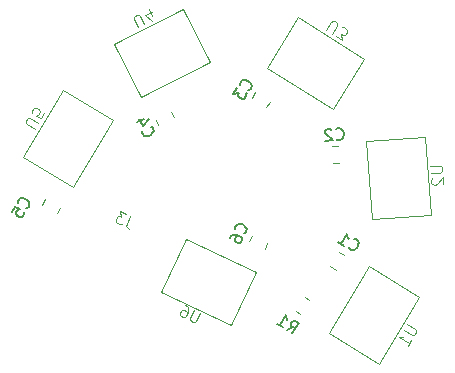
<source format=gbr>
%TF.GenerationSoftware,KiCad,Pcbnew,(7.0.0)*%
%TF.CreationDate,2023-03-21T20:59:30-07:00*%
%TF.ProjectId,Ladder LEDs v1,4c616464-6572-4204-9c45-44732076312e,rev?*%
%TF.SameCoordinates,Original*%
%TF.FileFunction,Legend,Bot*%
%TF.FilePolarity,Positive*%
%FSLAX46Y46*%
G04 Gerber Fmt 4.6, Leading zero omitted, Abs format (unit mm)*
G04 Created by KiCad (PCBNEW (7.0.0)) date 2023-03-21 20:59:30*
%MOMM*%
%LPD*%
G01*
G04 APERTURE LIST*
%ADD10C,0.100000*%
%ADD11C,0.150000*%
%ADD12C,0.120000*%
G04 APERTURE END LIST*
D10*
%TO.C,J3*%
X137816093Y-104793432D02*
X137508585Y-105438135D01*
X137508585Y-105438135D02*
X137490064Y-105587577D01*
X137490064Y-105587577D02*
X137535023Y-105714538D01*
X137535023Y-105714538D02*
X137643463Y-105819020D01*
X137643463Y-105819020D02*
X137729424Y-105860021D01*
X137472251Y-104629427D02*
X136913507Y-104362920D01*
X136913507Y-104362920D02*
X137050365Y-104850266D01*
X137050365Y-104850266D02*
X136921424Y-104788765D01*
X136921424Y-104788765D02*
X136814963Y-104790744D01*
X136814963Y-104790744D02*
X136751482Y-104813223D01*
X136751482Y-104813223D02*
X136667501Y-104878683D01*
X136667501Y-104878683D02*
X136564998Y-105093585D01*
X136564998Y-105093585D02*
X136566978Y-105200046D01*
X136566978Y-105200046D02*
X136589457Y-105263527D01*
X136589457Y-105263527D02*
X136654917Y-105347508D01*
X136654917Y-105347508D02*
X136912799Y-105470511D01*
X136912799Y-105470511D02*
X137019260Y-105468532D01*
X137019260Y-105468532D02*
X137082741Y-105446052D01*
D11*
%TO.C,C5*%
X129019111Y-104097303D02*
X129084454Y-104081011D01*
X129084454Y-104081011D02*
X129198848Y-103983084D01*
X129198848Y-103983084D02*
X129247900Y-103901449D01*
X129247900Y-103901449D02*
X129280659Y-103754471D01*
X129280659Y-103754471D02*
X129248075Y-103623785D01*
X129248075Y-103623785D02*
X129190966Y-103533916D01*
X129190966Y-103533916D02*
X129052222Y-103394996D01*
X129052222Y-103394996D02*
X128929769Y-103321419D01*
X128929769Y-103321419D02*
X128741973Y-103264134D01*
X128741973Y-103264134D02*
X128635813Y-103255900D01*
X128635813Y-103255900D02*
X128505127Y-103288484D01*
X128505127Y-103288484D02*
X128390732Y-103386411D01*
X128390732Y-103386411D02*
X128341681Y-103468046D01*
X128341681Y-103468046D02*
X128308922Y-103615024D01*
X128308922Y-103615024D02*
X128325214Y-103680367D01*
X127777592Y-104406848D02*
X128022848Y-103998673D01*
X128022848Y-103998673D02*
X128455548Y-104203112D01*
X128455548Y-104203112D02*
X128390205Y-104219404D01*
X128390205Y-104219404D02*
X128300337Y-104276513D01*
X128300337Y-104276513D02*
X128177709Y-104480601D01*
X128177709Y-104480601D02*
X128169475Y-104586761D01*
X128169475Y-104586761D02*
X128185767Y-104652104D01*
X128185767Y-104652104D02*
X128242876Y-104741973D01*
X128242876Y-104741973D02*
X128446963Y-104864601D01*
X128446963Y-104864601D02*
X128553124Y-104872835D01*
X128553124Y-104872835D02*
X128618467Y-104856543D01*
X128618467Y-104856543D02*
X128708336Y-104799434D01*
X128708336Y-104799434D02*
X128830964Y-104595346D01*
X128830964Y-104595346D02*
X128839198Y-104489186D01*
X128839198Y-104489186D02*
X128822906Y-104423843D01*
D10*
%TO.C,U3*%
X154418631Y-89032744D02*
X154847613Y-88346229D01*
X154847613Y-88346229D02*
X154938465Y-88290697D01*
X154938465Y-88290697D02*
X155004082Y-88275548D01*
X155004082Y-88275548D02*
X155110083Y-88285633D01*
X155110083Y-88285633D02*
X155271616Y-88386570D01*
X155271616Y-88386570D02*
X155327148Y-88477422D01*
X155327148Y-88477422D02*
X155342297Y-88543039D01*
X155342297Y-88543039D02*
X155332212Y-88649040D01*
X155332212Y-88649040D02*
X154903230Y-89335555D01*
X155226295Y-89537429D02*
X155751278Y-89865474D01*
X155751278Y-89865474D02*
X155670469Y-89365768D01*
X155670469Y-89365768D02*
X155791619Y-89441471D01*
X155791619Y-89441471D02*
X155897619Y-89451556D01*
X155897619Y-89451556D02*
X155963237Y-89436407D01*
X155963237Y-89436407D02*
X156054089Y-89380875D01*
X156054089Y-89380875D02*
X156180260Y-89178959D01*
X156180260Y-89178959D02*
X156190345Y-89072958D01*
X156190345Y-89072958D02*
X156175196Y-89007341D01*
X156175196Y-89007341D02*
X156119664Y-88916489D01*
X156119664Y-88916489D02*
X155877364Y-88765084D01*
X155877364Y-88765084D02*
X155771364Y-88754998D01*
X155771364Y-88754998D02*
X155705746Y-88770147D01*
D11*
%TO.C,C2*%
X155285243Y-98259853D02*
X155336068Y-98304035D01*
X155336068Y-98304035D02*
X155481899Y-98341573D01*
X155481899Y-98341573D02*
X155576905Y-98334929D01*
X155576905Y-98334929D02*
X155716093Y-98277461D01*
X155716093Y-98277461D02*
X155804455Y-98175811D01*
X155804455Y-98175811D02*
X155845315Y-98077483D01*
X155845315Y-98077483D02*
X155879531Y-97884149D01*
X155879531Y-97884149D02*
X155869566Y-97741640D01*
X155869566Y-97741640D02*
X155808776Y-97554950D01*
X155808776Y-97554950D02*
X155754629Y-97463265D01*
X155754629Y-97463265D02*
X155652980Y-97374903D01*
X155652980Y-97374903D02*
X155507149Y-97337365D01*
X155507149Y-97337365D02*
X155412143Y-97344008D01*
X155412143Y-97344008D02*
X155272955Y-97401477D01*
X155272955Y-97401477D02*
X155228774Y-97452302D01*
X154848749Y-97478875D02*
X154797925Y-97434694D01*
X154797925Y-97434694D02*
X154699597Y-97393835D01*
X154699597Y-97393835D02*
X154462082Y-97410443D01*
X154462082Y-97410443D02*
X154370397Y-97464590D01*
X154370397Y-97464590D02*
X154326216Y-97515415D01*
X154326216Y-97515415D02*
X154285356Y-97613742D01*
X154285356Y-97613742D02*
X154292000Y-97708748D01*
X154292000Y-97708748D02*
X154349468Y-97847936D01*
X154349468Y-97847936D02*
X154959366Y-98378112D01*
X154959366Y-98378112D02*
X154341826Y-98421294D01*
D10*
%TO.C,U2*%
X163215774Y-100584080D02*
X164023326Y-100527610D01*
X164023326Y-100527610D02*
X164121653Y-100568470D01*
X164121653Y-100568470D02*
X164172478Y-100612651D01*
X164172478Y-100612651D02*
X164226625Y-100704336D01*
X164226625Y-100704336D02*
X164239912Y-100894348D01*
X164239912Y-100894348D02*
X164199052Y-100992676D01*
X164199052Y-100992676D02*
X164154871Y-101043501D01*
X164154871Y-101043501D02*
X164063186Y-101097647D01*
X164063186Y-101097647D02*
X163255635Y-101154117D01*
X163380536Y-101575001D02*
X163336355Y-101625825D01*
X163336355Y-101625825D02*
X163295495Y-101724153D01*
X163295495Y-101724153D02*
X163312104Y-101961668D01*
X163312104Y-101961668D02*
X163366251Y-102053353D01*
X163366251Y-102053353D02*
X163417075Y-102097534D01*
X163417075Y-102097534D02*
X163515403Y-102138394D01*
X163515403Y-102138394D02*
X163610409Y-102131750D01*
X163610409Y-102131750D02*
X163749597Y-102074282D01*
X163749597Y-102074282D02*
X164279772Y-101464384D01*
X164279772Y-101464384D02*
X164322955Y-102081924D01*
D11*
%TO.C,C6*%
X147444484Y-106253962D02*
X147507766Y-106230929D01*
X147507766Y-106230929D02*
X147611298Y-106121581D01*
X147611298Y-106121581D02*
X147651547Y-106035266D01*
X147651547Y-106035266D02*
X147668763Y-105885669D01*
X147668763Y-105885669D02*
X147622698Y-105759105D01*
X147622698Y-105759105D02*
X147556507Y-105675698D01*
X147556507Y-105675698D02*
X147404002Y-105552042D01*
X147404002Y-105552042D02*
X147274530Y-105491668D01*
X147274530Y-105491668D02*
X147081775Y-105454327D01*
X147081775Y-105454327D02*
X146975335Y-105457235D01*
X146975335Y-105457235D02*
X146848771Y-105503300D01*
X146848771Y-105503300D02*
X146745239Y-105612648D01*
X146745239Y-105612648D02*
X146704990Y-105698963D01*
X146704990Y-105698963D02*
X146687773Y-105848560D01*
X146687773Y-105848560D02*
X146710806Y-105911843D01*
X146262247Y-106648429D02*
X146342746Y-106475798D01*
X146342746Y-106475798D02*
X146426152Y-106409608D01*
X146426152Y-106409608D02*
X146489435Y-106386575D01*
X146489435Y-106386575D02*
X146659157Y-106360634D01*
X146659157Y-106360634D02*
X146851911Y-106397975D01*
X146851911Y-106397975D02*
X147197171Y-106558973D01*
X147197171Y-106558973D02*
X147263362Y-106642380D01*
X147263362Y-106642380D02*
X147286395Y-106705662D01*
X147286395Y-106705662D02*
X147289303Y-106812102D01*
X147289303Y-106812102D02*
X147208804Y-106984732D01*
X147208804Y-106984732D02*
X147125397Y-107050922D01*
X147125397Y-107050922D02*
X147062115Y-107073955D01*
X147062115Y-107073955D02*
X146955675Y-107076863D01*
X146955675Y-107076863D02*
X146739888Y-106976240D01*
X146739888Y-106976240D02*
X146673697Y-106892833D01*
X146673697Y-106892833D02*
X146650665Y-106829551D01*
X146650665Y-106829551D02*
X146647756Y-106723111D01*
X146647756Y-106723111D02*
X146728255Y-106550481D01*
X146728255Y-106550481D02*
X146811662Y-106484291D01*
X146811662Y-106484291D02*
X146874944Y-106461258D01*
X146874944Y-106461258D02*
X146981384Y-106458350D01*
D10*
%TO.C,U1*%
X161250149Y-113921097D02*
X161944046Y-114338032D01*
X161944046Y-114338032D02*
X162001156Y-114427901D01*
X162001156Y-114427901D02*
X162017448Y-114493244D01*
X162017448Y-114493244D02*
X162009214Y-114599405D01*
X162009214Y-114599405D02*
X161911111Y-114762675D01*
X161911111Y-114762675D02*
X161821243Y-114819784D01*
X161821243Y-114819784D02*
X161755900Y-114836076D01*
X161755900Y-114836076D02*
X161649739Y-114827842D01*
X161649739Y-114827842D02*
X160955842Y-114410907D01*
X161297971Y-115783112D02*
X161592278Y-115293302D01*
X161445125Y-115538207D02*
X160587957Y-115023169D01*
X160587957Y-115023169D02*
X160759461Y-115015111D01*
X160759461Y-115015111D02*
X160890147Y-114982527D01*
X160890147Y-114982527D02*
X160980016Y-114925418D01*
%TO.C,U5*%
X129749850Y-97378902D02*
X129055953Y-96961967D01*
X129055953Y-96961967D02*
X128998843Y-96872098D01*
X128998843Y-96872098D02*
X128982551Y-96806755D01*
X128982551Y-96806755D02*
X128990785Y-96700594D01*
X128990785Y-96700594D02*
X129088888Y-96537324D01*
X129088888Y-96537324D02*
X129178756Y-96480215D01*
X129178756Y-96480215D02*
X129244099Y-96463923D01*
X129244099Y-96463923D02*
X129350260Y-96472157D01*
X129350260Y-96472157D02*
X130044157Y-96889092D01*
X130534670Y-96072743D02*
X130289414Y-96480917D01*
X130289414Y-96480917D02*
X129856713Y-96276479D01*
X129856713Y-96276479D02*
X129922056Y-96260187D01*
X129922056Y-96260187D02*
X130011925Y-96203078D01*
X130011925Y-96203078D02*
X130134553Y-95998990D01*
X130134553Y-95998990D02*
X130142787Y-95892829D01*
X130142787Y-95892829D02*
X130126495Y-95827486D01*
X130126495Y-95827486D02*
X130069386Y-95737618D01*
X130069386Y-95737618D02*
X129865298Y-95614990D01*
X129865298Y-95614990D02*
X129759137Y-95606756D01*
X129759137Y-95606756D02*
X129693794Y-95623048D01*
X129693794Y-95623048D02*
X129603926Y-95680157D01*
X129603926Y-95680157D02*
X129481298Y-95884244D01*
X129481298Y-95884244D02*
X129473064Y-95990405D01*
X129473064Y-95990405D02*
X129489356Y-96055748D01*
%TO.C,U6*%
X143760034Y-112957015D02*
X143411525Y-113687680D01*
X143411525Y-113687680D02*
X143327544Y-113753140D01*
X143327544Y-113753140D02*
X143264063Y-113775619D01*
X143264063Y-113775619D02*
X143157602Y-113777598D01*
X143157602Y-113777598D02*
X142985681Y-113695596D01*
X142985681Y-113695596D02*
X142920221Y-113611615D01*
X142920221Y-113611615D02*
X142897741Y-113548134D01*
X142897741Y-113548134D02*
X142895762Y-113441673D01*
X142895762Y-113441673D02*
X143244271Y-112711009D01*
X142427646Y-112321499D02*
X142599567Y-112403501D01*
X142599567Y-112403501D02*
X142665027Y-112487482D01*
X142665027Y-112487482D02*
X142687507Y-112550963D01*
X142687507Y-112550963D02*
X142711966Y-112720905D01*
X142711966Y-112720905D02*
X142672944Y-112913327D01*
X142672944Y-112913327D02*
X142508940Y-113257169D01*
X142508940Y-113257169D02*
X142424959Y-113322628D01*
X142424959Y-113322628D02*
X142361478Y-113345108D01*
X142361478Y-113345108D02*
X142255017Y-113347087D01*
X142255017Y-113347087D02*
X142083096Y-113265085D01*
X142083096Y-113265085D02*
X142017636Y-113181104D01*
X142017636Y-113181104D02*
X141995156Y-113117623D01*
X141995156Y-113117623D02*
X141993177Y-113011162D01*
X141993177Y-113011162D02*
X142095679Y-112796261D01*
X142095679Y-112796261D02*
X142179661Y-112730801D01*
X142179661Y-112730801D02*
X142243142Y-112708321D01*
X142243142Y-112708321D02*
X142349603Y-112706342D01*
X142349603Y-112706342D02*
X142521524Y-112788344D01*
X142521524Y-112788344D02*
X142586984Y-112872325D01*
X142586984Y-112872325D02*
X142609463Y-112935806D01*
X142609463Y-112935806D02*
X142611442Y-113042267D01*
D11*
%TO.C,C3*%
X147819109Y-94102872D02*
X147884727Y-94087723D01*
X147884727Y-94087723D02*
X148000813Y-93991808D01*
X148000813Y-93991808D02*
X148051281Y-93911041D01*
X148051281Y-93911041D02*
X148086601Y-93764657D01*
X148086601Y-93764657D02*
X148056303Y-93633422D01*
X148056303Y-93633422D02*
X148000771Y-93542571D01*
X148000771Y-93542571D02*
X147864472Y-93401250D01*
X147864472Y-93401250D02*
X147743322Y-93325548D01*
X147743322Y-93325548D02*
X147556555Y-93264994D01*
X147556555Y-93264994D02*
X147450554Y-93254909D01*
X147450554Y-93254909D02*
X147319319Y-93285207D01*
X147319319Y-93285207D02*
X147203233Y-93381122D01*
X147203233Y-93381122D02*
X147152765Y-93461889D01*
X147152765Y-93461889D02*
X147117445Y-93608273D01*
X147117445Y-93608273D02*
X147132594Y-93673890D01*
X146875188Y-93906104D02*
X146547143Y-94431086D01*
X146547143Y-94431086D02*
X147046848Y-94350278D01*
X147046848Y-94350278D02*
X146971146Y-94471427D01*
X146971146Y-94471427D02*
X146961060Y-94577428D01*
X146961060Y-94577428D02*
X146976209Y-94643046D01*
X146976209Y-94643046D02*
X147031742Y-94733897D01*
X147031742Y-94733897D02*
X147233658Y-94860069D01*
X147233658Y-94860069D02*
X147339659Y-94870154D01*
X147339659Y-94870154D02*
X147405276Y-94855005D01*
X147405276Y-94855005D02*
X147496128Y-94799473D01*
X147496128Y-94799473D02*
X147647533Y-94557173D01*
X147647533Y-94557173D02*
X147657619Y-94451172D01*
X147657619Y-94451172D02*
X147642470Y-94385555D01*
%TO.C,C1*%
X156302696Y-107419111D02*
X156318988Y-107484454D01*
X156318988Y-107484454D02*
X156416915Y-107598848D01*
X156416915Y-107598848D02*
X156498550Y-107647900D01*
X156498550Y-107647900D02*
X156645528Y-107680659D01*
X156645528Y-107680659D02*
X156776214Y-107648075D01*
X156776214Y-107648075D02*
X156866083Y-107590966D01*
X156866083Y-107590966D02*
X157005003Y-107452222D01*
X157005003Y-107452222D02*
X157078580Y-107329769D01*
X157078580Y-107329769D02*
X157135865Y-107141973D01*
X157135865Y-107141973D02*
X157144099Y-107035813D01*
X157144099Y-107035813D02*
X157111515Y-106905127D01*
X157111515Y-106905127D02*
X157013588Y-106790732D01*
X157013588Y-106790732D02*
X156931953Y-106741681D01*
X156931953Y-106741681D02*
X156784975Y-106708922D01*
X156784975Y-106708922D02*
X156719632Y-106725214D01*
X155437295Y-107010233D02*
X155927105Y-107304541D01*
X155682200Y-107157387D02*
X156197238Y-106300220D01*
X156197238Y-106300220D02*
X156205296Y-106471724D01*
X156205296Y-106471724D02*
X156237880Y-106602410D01*
X156237880Y-106602410D02*
X156294990Y-106692279D01*
D10*
%TO.C,U4*%
X138508340Y-88809565D02*
X138140824Y-88088274D01*
X138140824Y-88088274D02*
X138140016Y-87981797D01*
X138140016Y-87981797D02*
X138160826Y-87917750D01*
X138160826Y-87917750D02*
X138224065Y-87832084D01*
X138224065Y-87832084D02*
X138393781Y-87745609D01*
X138393781Y-87745609D02*
X138500257Y-87744801D01*
X138500257Y-87744801D02*
X138564305Y-87765611D01*
X138564305Y-87765611D02*
X138649971Y-87828851D01*
X138649971Y-87828851D02*
X139017487Y-88550142D01*
X139672306Y-87842386D02*
X139369645Y-87248382D01*
X139633110Y-88289910D02*
X139096687Y-87761570D01*
X139096687Y-87761570D02*
X139648262Y-87480528D01*
D11*
%TO.C,C4*%
X138833183Y-97572050D02*
X138812373Y-97636098D01*
X138812373Y-97636098D02*
X138834800Y-97785003D01*
X138834800Y-97785003D02*
X138878037Y-97869861D01*
X138878037Y-97869861D02*
X138985322Y-97975529D01*
X138985322Y-97975529D02*
X139113417Y-98017150D01*
X139113417Y-98017150D02*
X139219893Y-98016341D01*
X139219893Y-98016341D02*
X139411227Y-97972296D01*
X139411227Y-97972296D02*
X139538514Y-97907440D01*
X139538514Y-97907440D02*
X139686611Y-97778537D01*
X139686611Y-97778537D02*
X139749850Y-97692871D01*
X139749850Y-97692871D02*
X139791471Y-97564776D01*
X139791471Y-97564776D02*
X139769044Y-97415870D01*
X139769044Y-97415870D02*
X139725806Y-97331013D01*
X139725806Y-97331013D02*
X139618522Y-97225345D01*
X139618522Y-97225345D02*
X139554474Y-97204534D01*
X138953195Y-96548907D02*
X138359191Y-96851568D01*
X139400719Y-96588103D02*
X138872379Y-97124526D01*
X138872379Y-97124526D02*
X138591337Y-96572951D01*
%TO.C,R1*%
X151046658Y-114399876D02*
X151581683Y-114172683D01*
X151531257Y-114702687D02*
X152061176Y-113854639D01*
X152061176Y-113854639D02*
X151738110Y-113652765D01*
X151738110Y-113652765D02*
X151632110Y-113642679D01*
X151632110Y-113642679D02*
X151566492Y-113657828D01*
X151566492Y-113657828D02*
X151475640Y-113713361D01*
X151475640Y-113713361D02*
X151399938Y-113834510D01*
X151399938Y-113834510D02*
X151389852Y-113940511D01*
X151389852Y-113940511D02*
X151405001Y-114006129D01*
X151405001Y-114006129D02*
X151460534Y-114096980D01*
X151460534Y-114096980D02*
X151783600Y-114298854D01*
X150238993Y-113895191D02*
X150723592Y-114198002D01*
X150481293Y-114046596D02*
X151011212Y-113198548D01*
X151011212Y-113198548D02*
X151016276Y-113370166D01*
X151016276Y-113370166D02*
X151046574Y-113501401D01*
X151046574Y-113501401D02*
X151102106Y-113592253D01*
D12*
%TO.C,C5*%
X130319790Y-103806081D02*
X130588900Y-103358207D01*
X131579826Y-104563187D02*
X131848936Y-104115313D01*
D10*
%TO.C,U3*%
X149392190Y-92207899D02*
X154989308Y-95705366D01*
X154989308Y-95705366D02*
X157638904Y-91465125D01*
X157638904Y-91465125D02*
X152041786Y-87967658D01*
X152041786Y-87967658D02*
X149392190Y-92207899D01*
D12*
%TO.C,C2*%
X154873089Y-98862645D02*
X155394321Y-98826197D01*
X154975631Y-100329065D02*
X155496863Y-100292617D01*
D10*
%TO.C,U2*%
X157797451Y-98445170D02*
X158257843Y-105029093D01*
X158257843Y-105029093D02*
X163245663Y-104680310D01*
X163245663Y-104680310D02*
X162785271Y-98096387D01*
X162785271Y-98096387D02*
X157797451Y-98445170D01*
D12*
%TO.C,C6*%
X149426546Y-107073850D02*
X149205726Y-107547399D01*
X148094274Y-106452601D02*
X147873454Y-106926150D01*
D10*
%TO.C,U1*%
X158006707Y-109033753D02*
X154607456Y-114691057D01*
X154607456Y-114691057D02*
X158893293Y-117266247D01*
X158893293Y-117266247D02*
X162292544Y-111608943D01*
X162292544Y-111608943D02*
X158006707Y-109033753D01*
%TO.C,U5*%
X132993293Y-102316247D02*
X136392544Y-96658943D01*
X136392544Y-96658943D02*
X132106707Y-94083753D01*
X132106707Y-94083753D02*
X128707456Y-99741057D01*
X128707456Y-99741057D02*
X132993293Y-102316247D01*
%TO.C,U6*%
X148489145Y-109531845D02*
X142532082Y-106690472D01*
X142532082Y-106690472D02*
X140379527Y-111203399D01*
X140379527Y-111203399D02*
X146336590Y-114044772D01*
X146336590Y-114044772D02*
X148489145Y-109531845D01*
D12*
%TO.C,C3*%
X148088444Y-94761913D02*
X148365329Y-94318804D01*
X149335075Y-95540894D02*
X149611960Y-95097785D01*
%TO.C,C1*%
X155504616Y-107785427D02*
X155952490Y-108054537D01*
X154747510Y-109045463D02*
X155195384Y-109314573D01*
D10*
%TO.C,U4*%
X138684455Y-94700551D02*
X144565098Y-91704214D01*
X144565098Y-91704214D02*
X142295145Y-87249181D01*
X142295145Y-87249181D02*
X136414502Y-90245518D01*
X136414502Y-90245518D02*
X138684455Y-94700551D01*
D12*
%TO.C,C4*%
X140192701Y-97092040D02*
X139955489Y-96626486D01*
X141502481Y-96424674D02*
X141265269Y-95959120D01*
%TO.C,R1*%
X152596929Y-111606359D02*
X152982052Y-111847010D01*
X151817948Y-112852990D02*
X152203071Y-113093641D01*
%TD*%
M02*

</source>
